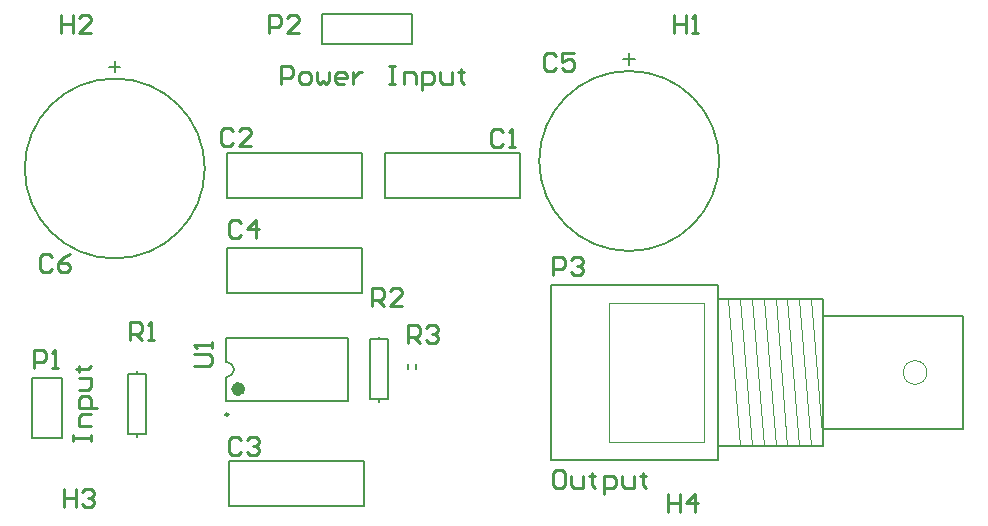
<source format=gto>
G04*
G04 #@! TF.GenerationSoftware,Altium Limited,Altium Designer,26.2.0 (7)*
G04*
G04 Layer_Color=65535*
%FSLAX44Y44*%
%MOMM*%
G71*
G04*
G04 #@! TF.SameCoordinates,3185D957-47D7-4B04-8ED6-6F93F25C82E1*
G04*
G04*
G04 #@! TF.FilePolarity,Positive*
G04*
G01*
G75*
%ADD10C,0.2000*%
%ADD11C,0.6000*%
%ADD12C,0.2500*%
%ADD13C,0.0250*%
%ADD14C,0.0250*%
%ADD15C,0.2540*%
%ADD16C,0.1500*%
D10*
X161290Y300990D02*
G03*
X161290Y300990I-76200J0D01*
G01*
X596900Y307340D02*
G03*
X596900Y307340I-76200J0D01*
G01*
X179640Y124460D02*
G03*
X179640Y137160I0J6350D01*
G01*
X260350Y431800D02*
X336550D01*
X260350Y406400D02*
Y431800D01*
Y406400D02*
X336550D01*
Y431800D01*
X295910Y15240D02*
Y53340D01*
X181610Y15240D02*
X295910D01*
X181610D02*
Y53340D01*
X295910D01*
X294640Y275590D02*
Y313690D01*
X180340Y275590D02*
X294640D01*
X180340D02*
Y313690D01*
X294640D01*
X427990Y275590D02*
Y313690D01*
X313690Y275590D02*
X427990D01*
X313690D02*
Y313690D01*
X427990D01*
X15240Y123190D02*
X40640D01*
Y72390D02*
Y123190D01*
X15240Y72390D02*
X40640D01*
X15240D02*
Y123190D01*
X282640Y104310D02*
Y157310D01*
X179640Y137160D02*
Y157310D01*
Y104310D02*
Y124460D01*
Y157310D02*
X282640D01*
X179640Y104310D02*
X282640D01*
X300990Y156210D02*
X308610D01*
X300990Y105410D02*
Y156210D01*
Y105410D02*
X316230D01*
Y156210D01*
X308610D02*
X316230D01*
X308610Y103124D02*
Y105410D01*
Y156210D02*
Y158496D01*
X180340Y195580D02*
Y233680D01*
X294640D01*
Y195580D02*
Y233680D01*
X180340Y195580D02*
X294640D01*
X96520Y127000D02*
X104140D01*
X96520Y76200D02*
Y127000D01*
Y76200D02*
X111760D01*
Y127000D01*
X104140D02*
X111760D01*
X104140Y73914D02*
Y76200D01*
Y127000D02*
Y129286D01*
X454710Y54270D02*
Y202270D01*
X595710D01*
Y190770D02*
Y202270D01*
Y190770D02*
X684710D01*
Y176270D02*
Y190770D01*
Y176270D02*
X803710D01*
Y80270D02*
Y176270D01*
X684710Y80270D02*
X803710D01*
X684710Y65770D02*
Y80270D01*
X595710Y65770D02*
X684710D01*
X595710Y54270D02*
Y65770D01*
X454710Y54270D02*
X595710D01*
Y65770D02*
Y190770D01*
X684710Y80270D02*
Y176270D01*
X340050Y131350D02*
Y135350D01*
X333050Y131350D02*
Y135350D01*
D11*
X192640Y114310D02*
G03*
X192640Y114310I-3000J0D01*
G01*
D12*
X181290Y92710D02*
G03*
X181290Y92710I-1250J0D01*
G01*
D13*
X772710Y128270D02*
G03*
X772710Y128270I-10000J0D01*
G01*
X674710Y190770D02*
X684710Y65770D01*
X664710Y190770D02*
X674710Y65770D01*
X654710Y190770D02*
X664710Y65770D01*
X644710Y190770D02*
X654710Y65770D01*
X634710Y190770D02*
X644710Y65770D01*
X624710Y190770D02*
X634710Y65770D01*
X614710Y190770D02*
X624710Y65770D01*
X604710Y190770D02*
X614710Y65770D01*
X583710Y69270D02*
Y187270D01*
D14*
X503710Y69270D02*
X583710D01*
X503710D02*
Y187270D01*
X583710D01*
X595710Y190770D02*
Y202270D01*
X454710D02*
X595710D01*
X454710Y54270D02*
Y202270D01*
Y54270D02*
X595710D01*
Y65770D01*
X684710Y176270D02*
Y190770D01*
X595710D02*
X684710D01*
X595710Y65770D02*
Y190770D01*
Y65770D02*
X684710D01*
Y80270D01*
X803710D01*
X684710D02*
Y176270D01*
X803710D01*
Y80270D02*
Y176270D01*
D15*
X226085Y372112D02*
Y387347D01*
X233703D01*
X236242Y384808D01*
Y379729D01*
X233703Y377190D01*
X226085D01*
X243859Y372112D02*
X248938D01*
X251477Y374651D01*
Y379729D01*
X248938Y382268D01*
X243859D01*
X241320Y379729D01*
Y374651D01*
X243859Y372112D01*
X256555Y382268D02*
Y374651D01*
X259094Y372112D01*
X261634Y374651D01*
X264173Y372112D01*
X266712Y374651D01*
Y382268D01*
X279408Y372112D02*
X274329D01*
X271790Y374651D01*
Y379729D01*
X274329Y382268D01*
X279408D01*
X281947Y379729D01*
Y377190D01*
X271790D01*
X287025Y382268D02*
Y372112D01*
Y377190D01*
X289564Y379729D01*
X292104Y382268D01*
X294643D01*
X317495Y387347D02*
X322574D01*
X320035D01*
Y372112D01*
X317495D01*
X322574D01*
X330191D02*
Y382268D01*
X337809D01*
X340348Y379729D01*
Y372112D01*
X345426Y367033D02*
Y382268D01*
X353044D01*
X355583Y379729D01*
Y374651D01*
X353044Y372112D01*
X345426D01*
X360662Y382268D02*
Y374651D01*
X363201Y372112D01*
X370818D01*
Y382268D01*
X378436Y384808D02*
Y382268D01*
X375897D01*
X380975D01*
X378436D01*
Y374651D01*
X380975Y372112D01*
X215904Y415293D02*
Y430527D01*
X223522D01*
X226061Y427988D01*
Y422910D01*
X223522Y420371D01*
X215904D01*
X241296Y415293D02*
X231139D01*
X241296Y425449D01*
Y427988D01*
X238757Y430527D01*
X233678D01*
X231139Y427988D01*
X553724Y25398D02*
Y10163D01*
Y17780D01*
X563881D01*
Y25398D01*
Y10163D01*
X576577D02*
Y25398D01*
X568959Y17780D01*
X579116D01*
X41914Y29207D02*
Y13973D01*
Y21590D01*
X52071D01*
Y29207D01*
Y13973D01*
X57149Y26668D02*
X59688Y29207D01*
X64767D01*
X67306Y26668D01*
Y24129D01*
X64767Y21590D01*
X62228D01*
X64767D01*
X67306Y19051D01*
Y16512D01*
X64767Y13973D01*
X59688D01*
X57149Y16512D01*
X39374Y430527D02*
Y415293D01*
Y422910D01*
X49531D01*
Y430527D01*
Y415293D01*
X64766D02*
X54609D01*
X64766Y425449D01*
Y427988D01*
X62227Y430527D01*
X57148D01*
X54609Y427988D01*
X558803Y430527D02*
Y415293D01*
Y422910D01*
X568960D01*
Y430527D01*
Y415293D01*
X574038D02*
X579117D01*
X576578D01*
Y430527D01*
X574038Y427988D01*
X31751Y226058D02*
X29212Y228598D01*
X24133D01*
X21594Y226058D01*
Y215902D01*
X24133Y213363D01*
X29212D01*
X31751Y215902D01*
X46986Y228598D02*
X41908Y226058D01*
X36829Y220980D01*
Y215902D01*
X39368Y213363D01*
X44447D01*
X46986Y215902D01*
Y218441D01*
X44447Y220980D01*
X36829D01*
X458471Y396238D02*
X455932Y398778D01*
X450853D01*
X448314Y396238D01*
Y386082D01*
X450853Y383543D01*
X455932D01*
X458471Y386082D01*
X473706Y398778D02*
X463549D01*
Y391160D01*
X468628Y393699D01*
X471167D01*
X473706Y391160D01*
Y386082D01*
X471167Y383543D01*
X466088D01*
X463549Y386082D01*
X191771Y71118D02*
X189232Y73657D01*
X184153D01*
X181614Y71118D01*
Y60962D01*
X184153Y58422D01*
X189232D01*
X191771Y60962D01*
X196849Y71118D02*
X199388Y73657D01*
X204467D01*
X207006Y71118D01*
Y68579D01*
X204467Y66040D01*
X201928D01*
X204467D01*
X207006Y63501D01*
Y60962D01*
X204467Y58422D01*
X199388D01*
X196849Y60962D01*
X185421Y332738D02*
X182882Y335277D01*
X177803D01*
X175264Y332738D01*
Y322582D01*
X177803Y320042D01*
X182882D01*
X185421Y322582D01*
X200656Y320042D02*
X190499D01*
X200656Y330199D01*
Y332738D01*
X198117Y335277D01*
X193038D01*
X190499Y332738D01*
X414020Y331468D02*
X411481Y334007D01*
X406403D01*
X403863Y331468D01*
Y321312D01*
X406403Y318773D01*
X411481D01*
X414020Y321312D01*
X419098Y318773D02*
X424177D01*
X421638D01*
Y334007D01*
X419098Y331468D01*
X49533Y69860D02*
Y74939D01*
Y72400D01*
X64768D01*
Y69860D01*
Y74939D01*
Y82556D02*
X54612D01*
Y90174D01*
X57151Y92713D01*
X64768D01*
X69847Y97791D02*
X54612D01*
Y105409D01*
X57151Y107948D01*
X62229D01*
X64768Y105409D01*
Y97791D01*
X54612Y113026D02*
X62229D01*
X64768Y115566D01*
Y123183D01*
X54612D01*
X52073Y130801D02*
X54612D01*
Y128261D01*
Y133340D01*
Y130801D01*
X62229D01*
X64768Y133340D01*
X16764Y131826D02*
Y147061D01*
X24381D01*
X26921Y144522D01*
Y139444D01*
X24381Y136904D01*
X16764D01*
X31999Y131826D02*
X37077D01*
X34538D01*
Y147061D01*
X31999Y144522D01*
X152402Y133353D02*
X165098D01*
X167638Y135892D01*
Y140971D01*
X165098Y143510D01*
X152402D01*
X167638Y148588D02*
Y153667D01*
Y151128D01*
X152402D01*
X154942Y148588D01*
X302514Y184658D02*
Y199893D01*
X310131D01*
X312671Y197354D01*
Y192276D01*
X310131Y189736D01*
X302514D01*
X307592D02*
X312671Y184658D01*
X327906D02*
X317749D01*
X327906Y194815D01*
Y197354D01*
X325367Y199893D01*
X320288D01*
X317749Y197354D01*
X192021Y255012D02*
X189482Y257551D01*
X184403D01*
X181864Y255012D01*
Y244855D01*
X184403Y242316D01*
X189482D01*
X192021Y244855D01*
X204717Y242316D02*
Y257551D01*
X197099Y249933D01*
X207256D01*
X98044Y155448D02*
Y170683D01*
X105661D01*
X108201Y168144D01*
Y163065D01*
X105661Y160526D01*
X98044D01*
X103122D02*
X108201Y155448D01*
X113279D02*
X118357D01*
X115818D01*
Y170683D01*
X113279Y168144D01*
X463801Y45715D02*
X458723D01*
X456184Y43176D01*
Y33019D01*
X458723Y30480D01*
X463801D01*
X466341Y33019D01*
Y43176D01*
X463801Y45715D01*
X471419Y40637D02*
Y33019D01*
X473958Y30480D01*
X481576D01*
Y40637D01*
X489193Y43176D02*
Y40637D01*
X486654D01*
X491732D01*
X489193D01*
Y33019D01*
X491732Y30480D01*
X499350Y25402D02*
Y40637D01*
X506968D01*
X509507Y38098D01*
Y33019D01*
X506968Y30480D01*
X499350D01*
X514585Y40637D02*
Y33019D01*
X517124Y30480D01*
X524742D01*
Y40637D01*
X532359Y43176D02*
Y40637D01*
X529820D01*
X534898D01*
X532359D01*
Y33019D01*
X534898Y30480D01*
X456184Y210820D02*
Y226055D01*
X463801D01*
X466341Y223516D01*
Y218438D01*
X463801Y215898D01*
X456184D01*
X471419Y223516D02*
X473958Y226055D01*
X479037D01*
X481576Y223516D01*
Y220977D01*
X479037Y218438D01*
X476497D01*
X479037D01*
X481576Y215898D01*
Y213359D01*
X479037Y210820D01*
X473958D01*
X471419Y213359D01*
X332994Y153416D02*
Y168651D01*
X340611D01*
X343151Y166112D01*
Y161033D01*
X340611Y158494D01*
X332994D01*
X338072D02*
X343151Y153416D01*
X348229Y166112D02*
X350768Y168651D01*
X355847D01*
X358386Y166112D01*
Y163573D01*
X355847Y161033D01*
X353307D01*
X355847D01*
X358386Y158494D01*
Y155955D01*
X355847Y153416D01*
X350768D01*
X348229Y155955D01*
D16*
X84960Y382309D02*
Y392306D01*
X79962Y387307D02*
X89959D01*
X520570Y388659D02*
Y398656D01*
X515572Y393657D02*
X525569D01*
M02*

</source>
